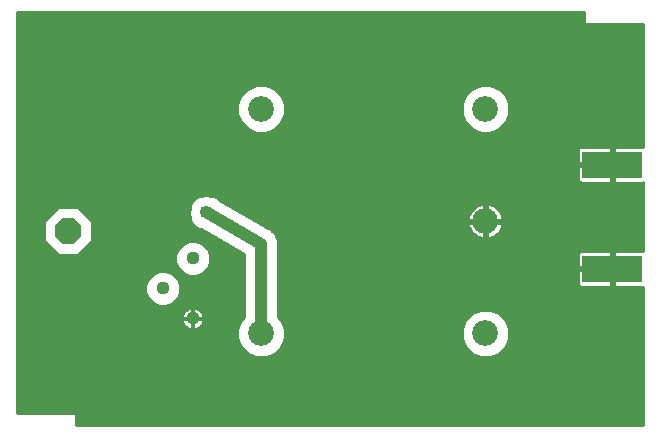
<source format=gbl>
G75*
G70*
%OFA0B0*%
%FSLAX24Y24*%
%IPPOS*%
%LPD*%
%AMOC8*
5,1,8,0,0,1.08239X$1,22.5*
%
%ADD10R,0.2000X0.0900*%
%ADD11C,0.0860*%
%ADD12OC8,0.0850*%
%ADD13C,0.0440*%
%ADD14C,0.0100*%
%ADD15R,0.0357X0.0357*%
%ADD16C,0.0400*%
D10*
X026657Y009241D03*
X026657Y012721D03*
D11*
X022437Y014574D03*
X022437Y010834D03*
X022437Y007094D03*
X014957Y007094D03*
X014957Y014574D03*
D12*
X008526Y010502D03*
D13*
X011680Y008591D03*
X012680Y009591D03*
X012680Y007591D03*
D14*
X006831Y004431D02*
X006831Y017817D01*
X025729Y017817D01*
X025729Y017423D01*
X027697Y017423D01*
X027697Y013315D01*
X027677Y013321D01*
X026707Y013321D01*
X026707Y012771D01*
X026607Y012771D01*
X026607Y013321D01*
X025637Y013321D01*
X025599Y013310D01*
X025565Y013291D01*
X025537Y013263D01*
X025517Y013229D01*
X025507Y013190D01*
X025507Y012771D01*
X026607Y012771D01*
X026607Y012671D01*
X025507Y012671D01*
X025507Y012251D01*
X025517Y012213D01*
X025537Y012179D01*
X025565Y012151D01*
X025599Y012131D01*
X025637Y012121D01*
X026607Y012121D01*
X026607Y012671D01*
X026707Y012671D01*
X026707Y012121D01*
X027677Y012121D01*
X027697Y012126D01*
X027697Y009835D01*
X027677Y009841D01*
X026707Y009841D01*
X026707Y009291D01*
X026607Y009291D01*
X026607Y009841D01*
X025637Y009841D01*
X025599Y009830D01*
X025565Y009811D01*
X025537Y009783D01*
X025517Y009749D01*
X025507Y009710D01*
X025507Y009291D01*
X026607Y009291D01*
X026607Y009191D01*
X025507Y009191D01*
X025507Y008771D01*
X025517Y008733D01*
X025537Y008699D01*
X025565Y008671D01*
X025599Y008651D01*
X025637Y008641D01*
X026607Y008641D01*
X026607Y009191D01*
X026707Y009191D01*
X026707Y008641D01*
X027677Y008641D01*
X027697Y008646D01*
X027697Y004037D01*
X008799Y004037D01*
X008799Y004431D01*
X006831Y004431D01*
X027697Y004431D01*
X027697Y004333D02*
X008799Y004333D01*
X008799Y004234D02*
X027697Y004234D01*
X027697Y004136D02*
X008799Y004136D01*
X008799Y004037D02*
X027697Y004037D01*
X027697Y004530D02*
X006831Y004530D01*
X006831Y004628D02*
X027697Y004628D01*
X027697Y004727D02*
X006831Y004727D01*
X006831Y004825D02*
X027697Y004825D01*
X027697Y004924D02*
X006831Y004924D01*
X006831Y005022D02*
X027697Y005022D01*
X027697Y005121D02*
X006831Y005121D01*
X006831Y005219D02*
X027697Y005219D01*
X027697Y005318D02*
X006831Y005318D01*
X006831Y005416D02*
X027697Y005416D01*
X027697Y005515D02*
X006831Y005515D01*
X006831Y005613D02*
X027697Y005613D01*
X027697Y005712D02*
X006831Y005712D01*
X006831Y005810D02*
X027697Y005810D01*
X027697Y005909D02*
X006831Y005909D01*
X006831Y006007D02*
X027697Y006007D01*
X027697Y006106D02*
X006831Y006106D01*
X006831Y006204D02*
X027697Y006204D01*
X027697Y006303D02*
X022604Y006303D01*
X022595Y006299D02*
X022888Y006420D01*
X023111Y006644D01*
X023232Y006936D01*
X023232Y007252D01*
X023111Y007544D01*
X022888Y007768D01*
X022595Y007889D01*
X022279Y007889D01*
X021987Y007768D01*
X021763Y007544D01*
X021642Y007252D01*
X021642Y006936D01*
X021763Y006644D01*
X021987Y006420D01*
X022279Y006299D01*
X022595Y006299D01*
X022841Y006401D02*
X027697Y006401D01*
X027697Y006500D02*
X022967Y006500D01*
X023065Y006598D02*
X027697Y006598D01*
X027697Y006697D02*
X023133Y006697D01*
X023174Y006795D02*
X027697Y006795D01*
X027697Y006894D02*
X023215Y006894D01*
X023232Y006992D02*
X027697Y006992D01*
X027697Y007091D02*
X023232Y007091D01*
X023232Y007189D02*
X027697Y007189D01*
X027697Y007288D02*
X023218Y007288D01*
X023177Y007386D02*
X027697Y007386D01*
X027697Y007485D02*
X023136Y007485D01*
X023073Y007583D02*
X027697Y007583D01*
X027697Y007682D02*
X022974Y007682D01*
X022859Y007780D02*
X027697Y007780D01*
X027697Y007879D02*
X022621Y007879D01*
X022254Y007879D02*
X015522Y007879D01*
X015522Y007977D02*
X027697Y007977D01*
X027697Y008076D02*
X015522Y008076D01*
X015522Y008174D02*
X027697Y008174D01*
X027697Y008273D02*
X015522Y008273D01*
X015522Y008371D02*
X027697Y008371D01*
X027697Y008470D02*
X015522Y008470D01*
X015522Y008568D02*
X027697Y008568D01*
X026707Y008667D02*
X026607Y008667D01*
X026607Y008765D02*
X026707Y008765D01*
X026707Y008864D02*
X026607Y008864D01*
X026607Y008962D02*
X026707Y008962D01*
X026707Y009061D02*
X026607Y009061D01*
X026607Y009159D02*
X026707Y009159D01*
X026607Y009258D02*
X015522Y009258D01*
X015522Y009356D02*
X025507Y009356D01*
X025507Y009455D02*
X015522Y009455D01*
X015522Y009553D02*
X025507Y009553D01*
X025507Y009652D02*
X015522Y009652D01*
X015522Y009750D02*
X025518Y009750D01*
X025507Y009159D02*
X015522Y009159D01*
X015522Y009061D02*
X025507Y009061D01*
X025507Y008962D02*
X015522Y008962D01*
X015522Y008864D02*
X025507Y008864D01*
X025509Y008765D02*
X015522Y008765D01*
X015522Y008667D02*
X025572Y008667D01*
X026607Y009356D02*
X026707Y009356D01*
X026707Y009455D02*
X026607Y009455D01*
X026607Y009553D02*
X026707Y009553D01*
X026707Y009652D02*
X026607Y009652D01*
X026607Y009750D02*
X026707Y009750D01*
X027697Y009849D02*
X015522Y009849D01*
X015522Y009947D02*
X027697Y009947D01*
X027697Y010046D02*
X015522Y010046D01*
X015522Y010049D02*
X015531Y010126D01*
X015522Y010160D01*
X015522Y010197D01*
X015492Y010268D01*
X015472Y010342D01*
X015450Y010371D01*
X015436Y010404D01*
X015381Y010459D01*
X015334Y010520D01*
X015303Y010538D01*
X015277Y010563D01*
X015206Y010593D01*
X013625Y011492D01*
X013618Y011509D01*
X013515Y011611D01*
X013381Y011667D01*
X013318Y011667D01*
X013312Y011670D01*
X013089Y011698D01*
X012975Y011667D01*
X012879Y011667D01*
X012745Y011611D01*
X012642Y011509D01*
X012587Y011375D01*
X012587Y011311D01*
X012584Y011305D01*
X012556Y011082D01*
X012587Y010969D01*
X012587Y010873D01*
X012642Y010738D01*
X012745Y010636D01*
X012879Y010580D01*
X012943Y010580D01*
X014392Y009756D01*
X014392Y007653D01*
X014283Y007544D01*
X014162Y007252D01*
X014162Y006936D01*
X014283Y006644D01*
X014507Y006420D01*
X014799Y006299D01*
X015115Y006299D01*
X015407Y006420D01*
X015631Y006644D01*
X015752Y006936D01*
X015752Y007252D01*
X015631Y007544D01*
X015522Y007653D01*
X015522Y010049D01*
X015526Y010144D02*
X027697Y010144D01*
X027697Y010243D02*
X015503Y010243D01*
X015472Y010341D02*
X022129Y010341D01*
X022133Y010338D02*
X022215Y010297D01*
X022301Y010269D01*
X022389Y010255D01*
X022389Y010786D01*
X021858Y010786D01*
X021872Y010698D01*
X021900Y010612D01*
X021941Y010530D01*
X021995Y010456D01*
X022059Y010392D01*
X022133Y010338D01*
X022012Y010440D02*
X015401Y010440D01*
X015302Y010538D02*
X021937Y010538D01*
X021892Y010637D02*
X015129Y010637D01*
X014956Y010735D02*
X021866Y010735D01*
X021858Y010883D02*
X022389Y010883D01*
X022389Y011414D01*
X022301Y011400D01*
X022215Y011372D01*
X022133Y011330D01*
X022059Y011277D01*
X021995Y011212D01*
X021941Y011138D01*
X021900Y011057D01*
X021872Y010970D01*
X021858Y010883D01*
X021866Y010932D02*
X014609Y010932D01*
X014436Y011031D02*
X021891Y011031D01*
X021937Y011129D02*
X014263Y011129D01*
X014090Y011228D02*
X022010Y011228D01*
X022127Y011326D02*
X013917Y011326D01*
X013744Y011425D02*
X027697Y011425D01*
X027697Y011523D02*
X013604Y011523D01*
X013491Y011622D02*
X027697Y011622D01*
X027697Y011720D02*
X006831Y011720D01*
X006831Y011622D02*
X012769Y011622D01*
X012657Y011523D02*
X006831Y011523D01*
X006831Y011425D02*
X012607Y011425D01*
X012587Y011326D02*
X006831Y011326D01*
X006831Y011228D02*
X008135Y011228D01*
X008199Y011292D02*
X007736Y010829D01*
X007736Y010174D01*
X008199Y009712D01*
X008853Y009712D01*
X009316Y010174D01*
X009316Y010829D01*
X008853Y011292D01*
X008199Y011292D01*
X008036Y011129D02*
X006831Y011129D01*
X006831Y011031D02*
X007938Y011031D01*
X007839Y010932D02*
X006831Y010932D01*
X006831Y010834D02*
X007741Y010834D01*
X007736Y010735D02*
X006831Y010735D01*
X006831Y010637D02*
X007736Y010637D01*
X007736Y010538D02*
X006831Y010538D01*
X006831Y010440D02*
X007736Y010440D01*
X007736Y010341D02*
X006831Y010341D01*
X006831Y010243D02*
X007736Y010243D01*
X007766Y010144D02*
X006831Y010144D01*
X006831Y010046D02*
X007865Y010046D01*
X007963Y009947D02*
X006831Y009947D01*
X006831Y009849D02*
X008062Y009849D01*
X008160Y009750D02*
X006831Y009750D01*
X006831Y009652D02*
X012095Y009652D01*
X012095Y009708D02*
X012095Y009475D01*
X012184Y009260D01*
X012349Y009096D01*
X012564Y009007D01*
X012797Y009007D01*
X013012Y009096D01*
X013176Y009260D01*
X013265Y009475D01*
X013265Y009708D01*
X013176Y009923D01*
X013012Y010087D01*
X012797Y010176D01*
X012564Y010176D01*
X012349Y010087D01*
X012184Y009923D01*
X012095Y009708D01*
X012113Y009750D02*
X008891Y009750D01*
X008990Y009849D02*
X012154Y009849D01*
X012209Y009947D02*
X009088Y009947D01*
X009187Y010046D02*
X012307Y010046D01*
X012486Y010144D02*
X009285Y010144D01*
X009316Y010243D02*
X013536Y010243D01*
X013363Y010341D02*
X009316Y010341D01*
X009316Y010440D02*
X013190Y010440D01*
X013017Y010538D02*
X009316Y010538D01*
X009316Y010637D02*
X012744Y010637D01*
X012646Y010735D02*
X009316Y010735D01*
X009311Y010834D02*
X012603Y010834D01*
X012587Y010932D02*
X009213Y010932D01*
X009114Y011031D02*
X012570Y011031D01*
X012561Y011129D02*
X009016Y011129D01*
X008917Y011228D02*
X012574Y011228D01*
X012875Y010144D02*
X013709Y010144D01*
X013883Y010046D02*
X013053Y010046D01*
X013152Y009947D02*
X014056Y009947D01*
X014229Y009849D02*
X013207Y009849D01*
X013248Y009750D02*
X014392Y009750D01*
X014392Y009652D02*
X013265Y009652D01*
X013265Y009553D02*
X014392Y009553D01*
X014392Y009455D02*
X013257Y009455D01*
X013216Y009356D02*
X014392Y009356D01*
X014392Y009258D02*
X013174Y009258D01*
X013075Y009159D02*
X014392Y009159D01*
X014392Y009061D02*
X012927Y009061D01*
X012434Y009061D02*
X012038Y009061D01*
X012012Y009087D02*
X012176Y008923D01*
X012265Y008708D01*
X012265Y008475D01*
X012176Y008260D01*
X012012Y008096D01*
X011797Y008007D01*
X011564Y008007D01*
X011349Y008096D01*
X011184Y008260D01*
X011095Y008475D01*
X011095Y008708D01*
X011184Y008923D01*
X011349Y009087D01*
X011564Y009176D01*
X011797Y009176D01*
X012012Y009087D01*
X012137Y008962D02*
X014392Y008962D01*
X014392Y008864D02*
X012201Y008864D01*
X012242Y008765D02*
X014392Y008765D01*
X014392Y008667D02*
X012265Y008667D01*
X012265Y008568D02*
X014392Y008568D01*
X014392Y008470D02*
X012263Y008470D01*
X012222Y008371D02*
X014392Y008371D01*
X014392Y008273D02*
X012181Y008273D01*
X012090Y008174D02*
X014392Y008174D01*
X014392Y008076D02*
X011963Y008076D01*
X011397Y008076D02*
X006831Y008076D01*
X006831Y008174D02*
X011270Y008174D01*
X011179Y008273D02*
X006831Y008273D01*
X006831Y008371D02*
X011138Y008371D01*
X011098Y008470D02*
X006831Y008470D01*
X006831Y008568D02*
X011095Y008568D01*
X011095Y008667D02*
X006831Y008667D01*
X006831Y008765D02*
X011119Y008765D01*
X011160Y008864D02*
X006831Y008864D01*
X006831Y008962D02*
X011224Y008962D01*
X011322Y009061D02*
X006831Y009061D01*
X006831Y009159D02*
X011522Y009159D01*
X011839Y009159D02*
X012285Y009159D01*
X012187Y009258D02*
X006831Y009258D01*
X006831Y009356D02*
X012145Y009356D01*
X012104Y009455D02*
X006831Y009455D01*
X006831Y009553D02*
X012095Y009553D01*
X014392Y007977D02*
X006831Y007977D01*
X006831Y007879D02*
X012444Y007879D01*
X012393Y007827D01*
X012352Y007767D01*
X012324Y007699D01*
X012310Y007628D01*
X012310Y007601D01*
X012670Y007601D01*
X012670Y007581D01*
X012690Y007581D01*
X012690Y007221D01*
X012717Y007221D01*
X012788Y007236D01*
X012856Y007264D01*
X012916Y007304D01*
X012968Y007356D01*
X013008Y007416D01*
X013036Y007484D01*
X013050Y007555D01*
X013050Y007581D01*
X012690Y007581D01*
X012690Y007601D01*
X013050Y007601D01*
X013050Y007628D01*
X013036Y007699D01*
X013008Y007767D01*
X012968Y007827D01*
X012916Y007879D01*
X012856Y007919D01*
X012788Y007947D01*
X012717Y007961D01*
X012690Y007961D01*
X012690Y007602D01*
X012670Y007602D01*
X012670Y007961D01*
X012644Y007961D01*
X012572Y007947D01*
X012505Y007919D01*
X012444Y007879D01*
X012361Y007780D02*
X006831Y007780D01*
X006831Y007682D02*
X012321Y007682D01*
X012310Y007581D02*
X012310Y007555D01*
X012324Y007484D01*
X012324Y007485D02*
X006831Y007485D01*
X006831Y007583D02*
X012670Y007583D01*
X012670Y007581D02*
X012310Y007581D01*
X012324Y007484D02*
X012352Y007416D01*
X012393Y007356D01*
X012444Y007304D01*
X012505Y007264D01*
X012572Y007236D01*
X012644Y007221D01*
X012670Y007221D01*
X012670Y007581D01*
X012690Y007583D02*
X014322Y007583D01*
X014258Y007485D02*
X013036Y007485D01*
X012988Y007386D02*
X014217Y007386D01*
X014177Y007288D02*
X012891Y007288D01*
X012690Y007288D02*
X012670Y007288D01*
X012670Y007386D02*
X012690Y007386D01*
X012690Y007485D02*
X012670Y007485D01*
X012670Y007682D02*
X012690Y007682D01*
X012690Y007780D02*
X012670Y007780D01*
X012670Y007879D02*
X012690Y007879D01*
X012916Y007879D02*
X014392Y007879D01*
X014392Y007780D02*
X012999Y007780D01*
X013040Y007682D02*
X014392Y007682D01*
X014162Y007189D02*
X006831Y007189D01*
X006831Y007091D02*
X014162Y007091D01*
X014162Y006992D02*
X006831Y006992D01*
X006831Y006894D02*
X014180Y006894D01*
X014220Y006795D02*
X006831Y006795D01*
X006831Y006697D02*
X014261Y006697D01*
X014329Y006598D02*
X006831Y006598D01*
X006831Y006500D02*
X014427Y006500D01*
X014553Y006401D02*
X006831Y006401D01*
X006831Y006303D02*
X014791Y006303D01*
X015123Y006303D02*
X022271Y006303D01*
X022033Y006401D02*
X015361Y006401D01*
X015487Y006500D02*
X021908Y006500D01*
X021809Y006598D02*
X015585Y006598D01*
X015653Y006697D02*
X021741Y006697D01*
X021701Y006795D02*
X015694Y006795D01*
X015734Y006894D02*
X021660Y006894D01*
X021642Y006992D02*
X015752Y006992D01*
X015752Y007091D02*
X021642Y007091D01*
X021642Y007189D02*
X015752Y007189D01*
X015737Y007288D02*
X021657Y007288D01*
X021698Y007386D02*
X015696Y007386D01*
X015656Y007485D02*
X021739Y007485D01*
X021802Y007583D02*
X015592Y007583D01*
X015522Y007682D02*
X021900Y007682D01*
X022016Y007780D02*
X015522Y007780D01*
X012469Y007288D02*
X006831Y007288D01*
X006831Y007386D02*
X012373Y007386D01*
X014782Y010834D02*
X022389Y010834D01*
X022389Y010786D02*
X022389Y010883D01*
X022486Y010883D01*
X022486Y011414D01*
X022573Y011400D01*
X022660Y011372D01*
X022741Y011330D01*
X022815Y011277D01*
X022880Y011212D01*
X022933Y011138D01*
X022975Y011057D01*
X023003Y010970D01*
X023017Y010883D01*
X022486Y010883D01*
X022486Y010786D01*
X023017Y010786D01*
X023003Y010698D01*
X022975Y010612D01*
X022933Y010530D01*
X022880Y010456D01*
X022815Y010392D01*
X022741Y010338D01*
X022660Y010297D01*
X022573Y010269D01*
X022486Y010255D01*
X022486Y010786D01*
X022389Y010786D01*
X022389Y010735D02*
X022486Y010735D01*
X022486Y010637D02*
X022389Y010637D01*
X022389Y010538D02*
X022486Y010538D01*
X022486Y010440D02*
X022389Y010440D01*
X022389Y010341D02*
X022486Y010341D01*
X022745Y010341D02*
X027697Y010341D01*
X027697Y010440D02*
X022863Y010440D01*
X022937Y010538D02*
X027697Y010538D01*
X027697Y010637D02*
X022983Y010637D01*
X023009Y010735D02*
X027697Y010735D01*
X027697Y010834D02*
X022486Y010834D01*
X022486Y010932D02*
X022389Y010932D01*
X022389Y011031D02*
X022486Y011031D01*
X022486Y011129D02*
X022389Y011129D01*
X022389Y011228D02*
X022486Y011228D01*
X022486Y011326D02*
X022389Y011326D01*
X022747Y011326D02*
X027697Y011326D01*
X027697Y011228D02*
X022864Y011228D01*
X022938Y011129D02*
X027697Y011129D01*
X027697Y011031D02*
X022983Y011031D01*
X023009Y010932D02*
X027697Y010932D01*
X027697Y011819D02*
X006831Y011819D01*
X006831Y011917D02*
X027697Y011917D01*
X027697Y012016D02*
X006831Y012016D01*
X006831Y012114D02*
X027697Y012114D01*
X026707Y012213D02*
X026607Y012213D01*
X026607Y012311D02*
X026707Y012311D01*
X026707Y012410D02*
X026607Y012410D01*
X026607Y012508D02*
X026707Y012508D01*
X026707Y012607D02*
X026607Y012607D01*
X026607Y012705D02*
X006831Y012705D01*
X006831Y012607D02*
X025507Y012607D01*
X025507Y012508D02*
X006831Y012508D01*
X006831Y012410D02*
X025507Y012410D01*
X025507Y012311D02*
X006831Y012311D01*
X006831Y012213D02*
X025517Y012213D01*
X025507Y012804D02*
X006831Y012804D01*
X006831Y012902D02*
X025507Y012902D01*
X025507Y013001D02*
X006831Y013001D01*
X006831Y013099D02*
X025507Y013099D01*
X025509Y013198D02*
X006831Y013198D01*
X006831Y013296D02*
X025574Y013296D01*
X026607Y013296D02*
X026707Y013296D01*
X026707Y013198D02*
X026607Y013198D01*
X026607Y013099D02*
X026707Y013099D01*
X026707Y013001D02*
X026607Y013001D01*
X026607Y012902D02*
X026707Y012902D01*
X026707Y012804D02*
X026607Y012804D01*
X027697Y013395D02*
X006831Y013395D01*
X006831Y013493D02*
X027697Y013493D01*
X027697Y013592D02*
X006831Y013592D01*
X006831Y013690D02*
X027697Y013690D01*
X027697Y013789D02*
X022617Y013789D01*
X022595Y013779D02*
X022888Y013900D01*
X023111Y014124D01*
X023232Y014416D01*
X023232Y014733D01*
X023111Y015025D01*
X022888Y015248D01*
X022595Y015369D01*
X022279Y015369D01*
X021987Y015248D01*
X021763Y015025D01*
X021642Y014733D01*
X021642Y014416D01*
X021763Y014124D01*
X021987Y013900D01*
X022279Y013779D01*
X022595Y013779D01*
X022855Y013887D02*
X027697Y013887D01*
X027697Y013986D02*
X022973Y013986D01*
X023071Y014084D02*
X027697Y014084D01*
X027697Y014183D02*
X023135Y014183D01*
X023176Y014281D02*
X027697Y014281D01*
X027697Y014380D02*
X023217Y014380D01*
X023232Y014478D02*
X027697Y014478D01*
X027697Y014577D02*
X023232Y014577D01*
X023232Y014675D02*
X027697Y014675D01*
X027697Y014774D02*
X023215Y014774D01*
X023174Y014872D02*
X027697Y014872D01*
X027697Y014971D02*
X023134Y014971D01*
X023067Y015069D02*
X027697Y015069D01*
X027697Y015168D02*
X022968Y015168D01*
X022845Y015266D02*
X027697Y015266D01*
X027697Y015365D02*
X022607Y015365D01*
X022267Y015365D02*
X015127Y015365D01*
X015115Y015369D02*
X014799Y015369D01*
X014507Y015248D01*
X014283Y015025D01*
X014162Y014733D01*
X014162Y014416D01*
X014283Y014124D01*
X014507Y013900D01*
X014799Y013779D01*
X015115Y013779D01*
X015407Y013900D01*
X015631Y014124D01*
X015752Y014416D01*
X015752Y014733D01*
X015631Y015025D01*
X015407Y015248D01*
X015115Y015369D01*
X015365Y015266D02*
X022030Y015266D01*
X021906Y015168D02*
X015488Y015168D01*
X015587Y015069D02*
X021808Y015069D01*
X021741Y014971D02*
X015653Y014971D01*
X015694Y014872D02*
X021700Y014872D01*
X021659Y014774D02*
X015735Y014774D01*
X015752Y014675D02*
X021642Y014675D01*
X021642Y014577D02*
X015752Y014577D01*
X015752Y014478D02*
X021642Y014478D01*
X021658Y014380D02*
X015737Y014380D01*
X015696Y014281D02*
X021698Y014281D01*
X021739Y014183D02*
X015655Y014183D01*
X015591Y014084D02*
X021803Y014084D01*
X021902Y013986D02*
X015492Y013986D01*
X015375Y013887D02*
X022019Y013887D01*
X022257Y013789D02*
X015137Y013789D01*
X014777Y013789D02*
X006831Y013789D01*
X006831Y013887D02*
X014539Y013887D01*
X014422Y013986D02*
X006831Y013986D01*
X006831Y014084D02*
X014323Y014084D01*
X014259Y014183D02*
X006831Y014183D01*
X006831Y014281D02*
X014218Y014281D01*
X014177Y014380D02*
X006831Y014380D01*
X006831Y014478D02*
X014162Y014478D01*
X014162Y014577D02*
X006831Y014577D01*
X006831Y014675D02*
X014162Y014675D01*
X014179Y014774D02*
X006831Y014774D01*
X006831Y014872D02*
X014220Y014872D01*
X014261Y014971D02*
X006831Y014971D01*
X006831Y015069D02*
X014327Y015069D01*
X014426Y015168D02*
X006831Y015168D01*
X006831Y015266D02*
X014549Y015266D01*
X014787Y015365D02*
X006831Y015365D01*
X006831Y015463D02*
X027697Y015463D01*
X027697Y015562D02*
X006831Y015562D01*
X006831Y015660D02*
X027697Y015660D01*
X027697Y015759D02*
X006831Y015759D01*
X006831Y015857D02*
X027697Y015857D01*
X027697Y015956D02*
X006831Y015956D01*
X006831Y016054D02*
X027697Y016054D01*
X027697Y016153D02*
X006831Y016153D01*
X006831Y016251D02*
X027697Y016251D01*
X027697Y016350D02*
X006831Y016350D01*
X006831Y016448D02*
X027697Y016448D01*
X027697Y016547D02*
X006831Y016547D01*
X006831Y016645D02*
X027697Y016645D01*
X027697Y016744D02*
X006831Y016744D01*
X006831Y016842D02*
X027697Y016842D01*
X027697Y016941D02*
X006831Y016941D01*
X006831Y017039D02*
X027697Y017039D01*
X027697Y017138D02*
X006831Y017138D01*
X006831Y017236D02*
X027697Y017236D01*
X027697Y017335D02*
X006831Y017335D01*
X006831Y017433D02*
X025729Y017433D01*
X025729Y017532D02*
X006831Y017532D01*
X006831Y017630D02*
X025729Y017630D01*
X025729Y017729D02*
X006831Y017729D01*
D15*
X008903Y016768D03*
X009691Y016768D03*
X010478Y016768D03*
X011265Y016768D03*
X011265Y015980D03*
X010478Y015980D03*
X009691Y015980D03*
X008903Y015980D03*
X008903Y015193D03*
X009691Y015193D03*
X010478Y015193D03*
X011265Y015193D03*
X011265Y014405D03*
X010478Y014405D03*
X009691Y014405D03*
X008903Y014405D03*
X007952Y013493D03*
X011981Y013494D03*
X012941Y013494D03*
X013130Y011124D03*
X009181Y007888D03*
X007972Y007855D03*
X024258Y013224D03*
X025945Y012589D03*
X026995Y012599D03*
X027076Y009121D03*
X026006Y009111D03*
D16*
X014957Y010084D02*
X014957Y007094D01*
X014957Y010084D02*
X013130Y011124D01*
M02*

</source>
